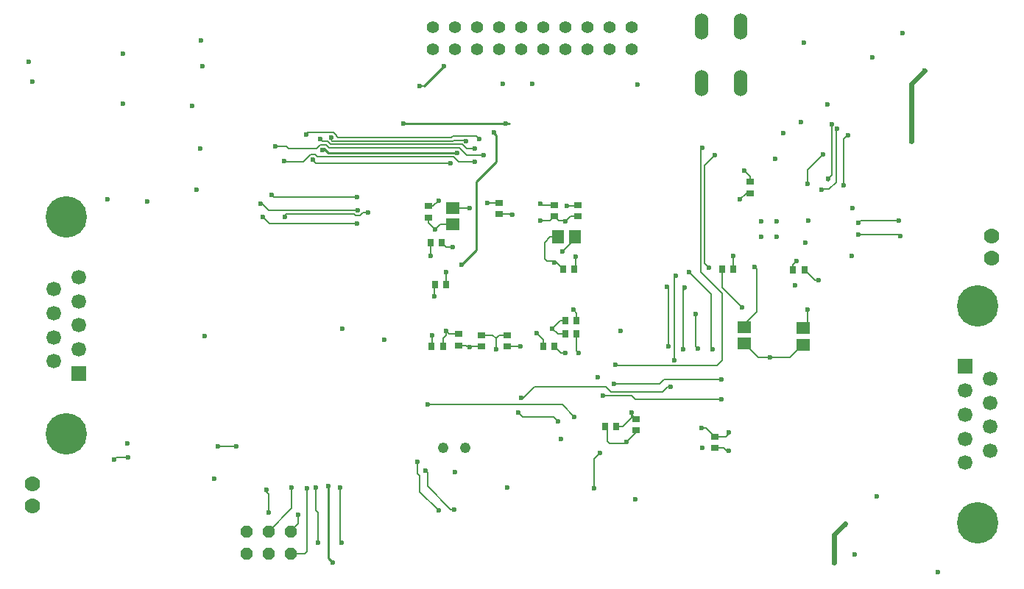
<source format=gbl>
G04*
G04 #@! TF.GenerationSoftware,Altium Limited,Altium Designer,18.0.7 (293)*
G04*
G04 Layer_Physical_Order=4*
G04 Layer_Color=16711680*
%FSLAX25Y25*%
%MOIN*%
G70*
G01*
G75*
%ADD10C,0.01000*%
%ADD11C,0.00787*%
%ADD23R,0.05200X0.06000*%
%ADD24R,0.03600X0.02800*%
%ADD25R,0.02800X0.03600*%
%ADD36R,0.06000X0.05200*%
%ADD88C,0.05600*%
%ADD96C,0.02362*%
%ADD98P,0.05845X8X202.5*%
%ADD99O,0.06000X0.12000*%
%ADD100C,0.04800*%
%ADD101C,0.18740*%
%ADD102R,0.06653X0.06653*%
%ADD103C,0.06653*%
%ADD104C,0.07000*%
%ADD105C,0.02362*%
D10*
X145000Y17000D02*
X147000Y15000D01*
X220000Y209500D02*
Y210000D01*
Y209500D02*
X221000Y208500D01*
Y196500D02*
Y208500D01*
X212000Y187500D02*
X221000Y196500D01*
X212000Y156500D02*
Y187500D01*
X205500Y150000D02*
X212000Y156500D01*
X145000Y200500D02*
X203500D01*
X143000Y202500D02*
X145000Y200500D01*
X142500Y202000D02*
X143000Y202500D01*
X142000Y201500D02*
X142500Y202000D01*
X145000Y17000D02*
Y49500D01*
X225500Y214000D02*
X227000D01*
X179000D02*
X225500D01*
X188500Y231000D02*
X197500Y240000D01*
D11*
X257559Y110941D02*
X258500Y110000D01*
X362000Y193000D02*
X369000Y200000D01*
X362000Y186500D02*
Y193000D01*
X298500Y140000D02*
X299000Y140500D01*
X378500Y207000D02*
X380500Y209000D01*
X190000Y86500D02*
X251000D01*
X256500Y81000D01*
X311500Y113000D02*
Y127500D01*
X275362Y104138D02*
X321000D01*
X323500Y106638D01*
X313925Y202425D02*
X314500Y203000D01*
X313925Y146575D02*
Y202425D01*
Y146575D02*
X323500Y137000D01*
X315500Y195000D02*
X320000Y199500D01*
X315500Y150500D02*
Y195000D01*
X308500Y146500D02*
X318500Y136500D01*
X323500Y106638D02*
Y137000D01*
X318500Y112000D02*
X319000Y111500D01*
X275000Y104500D02*
X275362Y104138D01*
X288970Y89000D02*
X323000D01*
X297159Y98000D02*
X323000D01*
X295159Y96000D02*
X297159Y98000D01*
X339700Y108000D02*
X345000D01*
X323400Y139600D02*
X332441Y130559D01*
X323400Y139600D02*
Y148000D01*
X306500Y139500D02*
X307000D01*
X305874Y111626D02*
Y138374D01*
X299000Y113000D02*
Y140500D01*
X244000Y151500D02*
X247000D01*
X243000Y152500D02*
X244000Y151500D01*
X243000Y152500D02*
Y160000D01*
X245500Y162500D01*
X249200D01*
X265500Y62000D02*
X268000Y64500D01*
X265500Y48500D02*
Y62000D01*
X189000Y56500D02*
X190000Y55500D01*
X185306Y55421D02*
X186500Y54227D01*
X185306Y55421D02*
Y60694D01*
X186500Y47000D02*
Y54227D01*
X200500Y39000D02*
X202000D01*
X190000Y49500D02*
X200500Y39000D01*
X190000Y49500D02*
Y55500D01*
X186500Y47000D02*
X195000Y38500D01*
X191500Y154000D02*
Y159941D01*
X196600Y160000D02*
X198600Y158000D01*
X201500D01*
X190500Y169000D02*
X193500Y166000D01*
X190500Y169000D02*
Y171400D01*
Y176559D02*
X192559D01*
X195000Y179000D01*
X193500Y166000D02*
X195700Y168200D01*
X201500D01*
X201740Y175500D02*
X209000D01*
X227500Y172500D02*
X228500D01*
X227100Y172900D02*
X227500Y172500D01*
X222500Y172900D02*
X227100D01*
X217000Y178000D02*
X222441D01*
X245600Y170000D02*
X247500Y171900D01*
X241000Y170000D02*
X245600D01*
X256740Y161740D02*
Y162500D01*
X251000Y156000D02*
X256740Y161740D01*
X248400Y151000D02*
X251400Y148000D01*
X247500Y151000D02*
X248400D01*
X252900Y169900D02*
X254900Y171900D01*
X249500Y169900D02*
X252900D01*
X252500Y169500D02*
X252900Y169900D01*
X247500Y171900D02*
X249500Y169900D01*
X254900Y171900D02*
X258000D01*
X241441Y177059D02*
X247500D01*
X253000Y176500D02*
X257441D01*
X258000Y177059D01*
X257000Y148441D02*
Y153500D01*
X256000Y129500D02*
X257559Y127941D01*
Y124500D02*
Y127941D01*
X246500Y121000D02*
X250000Y124500D01*
X252400D01*
X246500Y121000D02*
X249000Y118500D01*
X252400D01*
X239500Y119000D02*
X242400Y116100D01*
Y113000D02*
Y116100D01*
X257559Y110941D02*
Y118500D01*
X247559Y113000D02*
X250559Y110000D01*
X252500D01*
X226059Y113000D02*
X232000D01*
X221000Y116500D02*
X222600Y118100D01*
X226000D01*
X214500D02*
X219400D01*
X221000Y116500D01*
Y111500D02*
Y116500D01*
X209441Y112941D02*
X214500D01*
X208500Y112500D02*
X209000D01*
X207559Y113441D02*
X208500Y112500D01*
X204000Y113441D02*
X207559D01*
X192000Y113059D02*
Y118000D01*
X191941Y113000D02*
X192000Y113059D01*
X198500Y120000D02*
X199900Y118600D01*
X204000D01*
X198500Y118000D02*
Y120000D01*
X197100Y116600D02*
X198500Y118000D01*
X197100Y113000D02*
Y116600D01*
X198600Y141000D02*
Y146400D01*
X193000Y140559D02*
X193441Y141000D01*
X193000Y135500D02*
Y140559D01*
X282500Y82059D02*
Y83000D01*
Y80500D02*
Y82059D01*
X278500Y76500D02*
X282500Y80500D01*
X275559Y76500D02*
X278500D01*
X282500Y82059D02*
X284500Y80059D01*
X279500Y69000D02*
X280000Y69500D01*
X272500Y69000D02*
X279500D01*
X271500Y70000D02*
X272500Y69000D01*
X271500Y70000D02*
Y75400D01*
X270400Y76500D02*
X271500Y75400D01*
X280000Y69500D02*
X284500Y74000D01*
X316100Y76000D02*
X320000Y72100D01*
X314000Y76000D02*
X316100D01*
X325100Y72100D02*
X327000Y74000D01*
X326500D02*
X327000D01*
X320000Y72100D02*
X325100D01*
X325500Y65500D02*
X326500D01*
X324059Y66941D02*
X325500Y65500D01*
X320000Y66941D02*
X324059D01*
X333500Y114200D02*
X339700Y108000D01*
X345000D02*
X354000D01*
X359700Y113700D01*
X360000D01*
X379000Y32000D02*
Y32500D01*
X403500Y163000D02*
X404000D01*
X403000Y163500D02*
X403500Y163000D01*
X385000Y163500D02*
X403000D01*
X380500Y208500D02*
Y209000D01*
X373138Y213592D02*
X373273Y213727D01*
X375000Y211000D02*
X375500Y211500D01*
X378500Y186000D02*
Y207000D01*
X385000Y169000D02*
X386000Y170000D01*
X403500D01*
X367000Y143000D02*
X367500D01*
X365327D02*
X367000D01*
X360752Y147575D02*
X365327Y143000D01*
X355593Y150093D02*
X357000Y151500D01*
X355593Y147575D02*
Y150093D01*
X315500Y150500D02*
X317500Y148500D01*
X328559Y148000D02*
Y153941D01*
X362000Y123240D02*
Y129500D01*
X338000Y149000D02*
X339000Y148000D01*
Y128500D02*
Y148000D01*
X333500Y123000D02*
X339000Y128500D01*
X333500Y121740D02*
Y123000D01*
X383500Y18500D02*
X384000D01*
X334441Y182441D02*
X336000D01*
X331500Y179500D02*
X334441Y182441D01*
X333500Y192500D02*
X336000Y190000D01*
Y187600D02*
Y190000D01*
X125575Y171575D02*
Y172500D01*
X118000Y174500D02*
X158500D01*
X118500Y168500D02*
X158000D01*
X115500Y171500D02*
X118500Y168500D01*
X125575Y172500D02*
X126000Y172925D01*
X156734D01*
X157522Y172138D01*
X159478D01*
X160841Y173500D01*
X163000D01*
X115000Y177500D02*
X118000Y174500D01*
X114500Y177500D02*
X115000D01*
X128000Y29000D02*
X131500Y32500D01*
Y36500D01*
X212138Y208362D02*
X213500Y207000D01*
X201567Y208362D02*
X212138D01*
X121000Y203500D02*
X126000D01*
X127000Y202500D01*
X125000Y197000D02*
X125500Y196500D01*
X133659D01*
X137022Y199862D01*
X138978D01*
X140022Y198819D01*
X201840D01*
X204159Y196500D01*
X211500D01*
X127000Y202500D02*
X139659D01*
X135000Y209000D02*
X135862Y209862D01*
X144070Y204362D02*
X145519Y202913D01*
X141522Y204362D02*
X144070D01*
X135862Y209862D02*
X147478D01*
X207659Y202500D02*
X211500D01*
X205671Y204488D02*
X207659Y202500D01*
X146171Y204488D02*
X205671D01*
X144722Y205937D02*
X146171Y204488D01*
X142563Y205937D02*
X144722D01*
X141500Y207000D02*
X142563Y205937D01*
X139659Y202500D02*
X141522Y204362D01*
X204427Y202913D02*
X207841Y199500D01*
X215500D01*
X145519Y202913D02*
X204427D01*
X139500Y196000D02*
X200500D01*
X137500Y198000D02*
X139500Y196000D01*
X146500Y206500D02*
Y207500D01*
X147478Y209862D02*
X148862Y208478D01*
X207063Y206437D02*
X207500Y206000D01*
X148862Y208297D02*
X149522Y207638D01*
X148862Y208297D02*
Y208478D01*
X146500Y206500D02*
X146937Y206063D01*
X212841Y207000D02*
X213500D01*
X119500Y181500D02*
X120500Y180500D01*
X158000D01*
X140500Y24000D02*
Y37500D01*
X139500Y38500D02*
X140500Y37500D01*
X118000Y29000D02*
X128500Y39500D01*
Y49000D01*
X118000Y37500D02*
Y46000D01*
X137500Y198000D02*
X138000Y197500D01*
X201869Y206437D02*
X207063D01*
X201495Y206063D02*
X201869Y206437D01*
X146937Y206063D02*
X201495D01*
X200843Y207638D02*
X201567Y208362D01*
X149522Y207638D02*
X200843D01*
X128000Y19000D02*
X134500D01*
X135500Y20000D01*
Y48500D01*
X150500Y24500D02*
X151000Y24000D01*
X150500Y24500D02*
Y49000D01*
X139500Y38500D02*
Y49000D01*
X373138Y210522D02*
X373213Y210447D01*
Y190713D02*
Y210447D01*
X371500Y189000D02*
X373213Y190713D01*
X371500Y188000D02*
Y189000D01*
X368500Y184000D02*
X368713Y184213D01*
X371953D01*
X375000Y187260D01*
X373138Y210522D02*
Y213592D01*
X375000Y187260D02*
Y211000D01*
X116500Y47500D02*
X118000Y46000D01*
X116500Y47500D02*
X117000Y48000D01*
X232500Y89500D02*
X233500D01*
X238500Y94500D01*
X318500Y112000D02*
Y136500D01*
X247000Y81000D02*
X249000Y79000D01*
X233000Y81000D02*
X247000D01*
X231000Y83000D02*
X233000Y81000D01*
X274500Y96000D02*
X295159D01*
X238500Y94500D02*
X270659D01*
X273022Y92138D01*
X296524D01*
X298886Y94500D01*
X300000D01*
X288789Y88819D02*
X288970Y89000D01*
X284211Y88819D02*
X288789D01*
X282530Y90500D02*
X284211Y88819D01*
X269500Y90500D02*
X282530D01*
X305874Y138374D02*
X307000Y139500D01*
X301937Y144437D02*
X302500Y145000D01*
X301937Y106500D02*
Y144437D01*
X48000Y61500D02*
X49000Y62500D01*
X54500D01*
X95000Y67500D02*
X103500D01*
X186500Y231000D02*
X188500D01*
D23*
X256740Y162500D02*
D03*
X249200D02*
D03*
D24*
X336000Y187600D02*
D03*
Y182441D02*
D03*
X320000Y66941D02*
D03*
Y72100D02*
D03*
X284500Y80059D02*
D03*
Y74900D02*
D03*
X204000Y113441D02*
D03*
Y118600D02*
D03*
X214500Y112941D02*
D03*
Y118100D02*
D03*
X226000Y112941D02*
D03*
Y118100D02*
D03*
X222500Y178059D02*
D03*
Y172900D02*
D03*
X190500Y176559D02*
D03*
Y171400D02*
D03*
X247500Y177059D02*
D03*
Y171900D02*
D03*
X258000Y177059D02*
D03*
Y171900D02*
D03*
D25*
X355593Y147575D02*
D03*
X360752D02*
D03*
X328559Y148000D02*
D03*
X323400D02*
D03*
X275559Y76500D02*
D03*
X270400D02*
D03*
X193441Y141000D02*
D03*
X198600D02*
D03*
X191941Y113000D02*
D03*
X197100D02*
D03*
X191441Y160000D02*
D03*
X196600D02*
D03*
X247559Y113000D02*
D03*
X242400D02*
D03*
X257559Y124500D02*
D03*
X252400D02*
D03*
X257559Y118500D02*
D03*
X252400D02*
D03*
X256559Y148000D02*
D03*
X251400D02*
D03*
D36*
X360000Y121240D02*
D03*
Y113700D02*
D03*
X333500Y121740D02*
D03*
Y114200D02*
D03*
X201500Y175740D02*
D03*
Y168200D02*
D03*
D88*
X282500Y257500D02*
D03*
Y247500D02*
D03*
X272500Y257500D02*
D03*
Y247500D02*
D03*
X262500Y257500D02*
D03*
Y247500D02*
D03*
X252500Y257500D02*
D03*
Y247500D02*
D03*
X242500Y257500D02*
D03*
Y247500D02*
D03*
X232500Y257500D02*
D03*
Y247500D02*
D03*
X222500Y257500D02*
D03*
Y247500D02*
D03*
X212500Y257500D02*
D03*
Y247500D02*
D03*
X202500Y257500D02*
D03*
Y247500D02*
D03*
X192500Y257500D02*
D03*
Y247500D02*
D03*
D96*
X374000Y27500D02*
X379000Y32500D01*
X374000Y15000D02*
Y27500D01*
X409000Y206000D02*
Y232000D01*
X415000Y238000D01*
D98*
X128000Y29000D02*
D03*
Y19000D02*
D03*
X118000Y29000D02*
D03*
Y19000D02*
D03*
X108000Y29000D02*
D03*
Y19000D02*
D03*
D99*
X331900Y257800D02*
D03*
X314100D02*
D03*
X331900Y232200D02*
D03*
X314100D02*
D03*
D100*
X197000Y67000D02*
D03*
X207000D02*
D03*
D101*
X26507Y171693D02*
D03*
Y73307D02*
D03*
X439098Y32807D02*
D03*
Y131193D02*
D03*
D102*
X32097Y100689D02*
D03*
X433508Y103811D02*
D03*
D103*
X20916Y106142D02*
D03*
X32097Y111594D02*
D03*
X20916Y117047D02*
D03*
X32097Y122500D02*
D03*
X20916Y127953D02*
D03*
X32097Y133405D02*
D03*
X20916Y138858D02*
D03*
X32097Y144311D02*
D03*
X444689Y98358D02*
D03*
X433508Y92905D02*
D03*
X444689Y87453D02*
D03*
X433508Y82000D02*
D03*
X444689Y76547D02*
D03*
X433508Y71095D02*
D03*
X444689Y65642D02*
D03*
X433508Y60189D02*
D03*
D104*
X11000Y40500D02*
D03*
Y50500D02*
D03*
X445500Y163001D02*
D03*
Y153001D02*
D03*
D105*
X258500Y110000D02*
D03*
X348000Y169500D02*
D03*
X341000D02*
D03*
X348000Y162500D02*
D03*
X341000D02*
D03*
X347500Y198000D02*
D03*
X369000Y200000D02*
D03*
X362000Y186500D02*
D03*
X298500Y140000D02*
D03*
X147000Y15000D02*
D03*
X190000Y86500D02*
D03*
X256500Y81000D02*
D03*
X314500Y203000D02*
D03*
X308500Y146500D02*
D03*
X319000Y111500D02*
D03*
X275000Y104500D02*
D03*
X323000Y89000D02*
D03*
Y98000D02*
D03*
X220000Y210000D02*
D03*
X205500Y150000D02*
D03*
X306500Y139500D02*
D03*
X312500Y112000D02*
D03*
X305874Y111626D02*
D03*
X299000Y113000D02*
D03*
X311500Y127500D02*
D03*
X277500Y120000D02*
D03*
X268000Y64500D02*
D03*
X265500Y48500D02*
D03*
X189000Y56500D02*
D03*
X185306Y60694D02*
D03*
X202000Y39000D02*
D03*
X191500Y154000D02*
D03*
X201500Y158000D02*
D03*
X195000Y179000D02*
D03*
X193500Y166000D02*
D03*
X209000Y175500D02*
D03*
X228500Y172500D02*
D03*
X217000Y178000D02*
D03*
X241000Y170000D02*
D03*
X251000Y156000D02*
D03*
X252500Y169500D02*
D03*
X241000Y177500D02*
D03*
X253000Y176500D02*
D03*
X247500Y151000D02*
D03*
X257000Y153500D02*
D03*
X256000Y129500D02*
D03*
X246500Y121000D02*
D03*
X239500Y119000D02*
D03*
X267000Y99000D02*
D03*
X252500Y110000D02*
D03*
X232000Y113000D02*
D03*
X221000Y111500D02*
D03*
X209000Y112500D02*
D03*
X198500Y120000D02*
D03*
X192000Y118000D02*
D03*
X198500Y146500D02*
D03*
X193000Y135500D02*
D03*
X202500Y56000D02*
D03*
X226000Y49000D02*
D03*
X250500Y71000D02*
D03*
X284000Y43500D02*
D03*
X282500Y83000D02*
D03*
X280000Y69500D02*
D03*
X314000Y76000D02*
D03*
X314500Y67000D02*
D03*
X326500Y74000D02*
D03*
Y65500D02*
D03*
X345000Y108000D02*
D03*
X379000Y32000D02*
D03*
X374000Y15000D02*
D03*
X404000Y163000D02*
D03*
X385000Y163500D02*
D03*
X380500Y208500D02*
D03*
X373273Y213727D02*
D03*
X375500Y211500D02*
D03*
X378500Y186000D02*
D03*
X403500Y170000D02*
D03*
X385000Y169000D02*
D03*
X362500Y170000D02*
D03*
X361000Y160000D02*
D03*
X382500Y175500D02*
D03*
X382000Y154000D02*
D03*
X367000Y143000D02*
D03*
X357000Y151500D02*
D03*
X328500Y154000D02*
D03*
X362000Y129500D02*
D03*
X338000Y149000D02*
D03*
X332441Y130559D02*
D03*
X356500Y140500D02*
D03*
X393500Y45000D02*
D03*
X383500Y18500D02*
D03*
X421000Y10500D02*
D03*
X331500Y179500D02*
D03*
X333500Y192500D02*
D03*
X360500Y250500D02*
D03*
X391500Y244000D02*
D03*
X405000Y255000D02*
D03*
X371000Y222500D02*
D03*
X359000Y214500D02*
D03*
X285000Y231500D02*
D03*
X237500Y232000D02*
D03*
X224000D02*
D03*
X54000Y69000D02*
D03*
X93500Y53000D02*
D03*
X89000Y117500D02*
D03*
X85500Y184000D02*
D03*
X63000Y178500D02*
D03*
X45260Y179500D02*
D03*
X87000Y202500D02*
D03*
X83500Y222000D02*
D03*
X88000Y240000D02*
D03*
X87500Y251500D02*
D03*
X52000Y223000D02*
D03*
Y245500D02*
D03*
X11000Y233000D02*
D03*
X9523Y241976D02*
D03*
X170500Y116000D02*
D03*
X151500Y121000D02*
D03*
X125575Y171575D02*
D03*
X115500Y171500D02*
D03*
X163000Y173500D02*
D03*
X131500Y36500D02*
D03*
X195000Y38500D02*
D03*
X121000Y203500D02*
D03*
X125000Y197000D02*
D03*
X200500Y196000D02*
D03*
X203500Y200500D02*
D03*
X146500Y207500D02*
D03*
X207500Y206000D02*
D03*
X141500Y207000D02*
D03*
X142500Y202000D02*
D03*
X211500Y196500D02*
D03*
X213500Y207000D02*
D03*
X215500Y199500D02*
D03*
X158000Y168500D02*
D03*
X114500Y177500D02*
D03*
X158500Y174500D02*
D03*
X119500Y181500D02*
D03*
X158000Y180500D02*
D03*
X140500Y24000D02*
D03*
X128500Y49000D02*
D03*
X138000Y197500D02*
D03*
X211500Y202500D02*
D03*
X135500Y48500D02*
D03*
X135000Y209000D02*
D03*
X151000Y24000D02*
D03*
X150500Y49000D02*
D03*
X145000Y49500D02*
D03*
X139500Y49000D02*
D03*
X225500Y214000D02*
D03*
X179000D02*
D03*
X371500Y189000D02*
D03*
X368500Y184000D02*
D03*
X409000Y206000D02*
D03*
X351000Y209500D02*
D03*
X117000Y48000D02*
D03*
X118000Y37500D02*
D03*
X232500Y89500D02*
D03*
X249000Y79000D02*
D03*
X231000Y83000D02*
D03*
X274500Y96000D02*
D03*
X300000Y94500D02*
D03*
X269500Y90500D02*
D03*
X302500Y145000D02*
D03*
X301937Y106500D02*
D03*
X320000Y199500D02*
D03*
X317500Y148500D02*
D03*
X48000Y61500D02*
D03*
X54500Y62500D02*
D03*
X415000Y238000D02*
D03*
X95000Y67500D02*
D03*
X103500D02*
D03*
X186500Y231000D02*
D03*
X197500Y240000D02*
D03*
M02*

</source>
